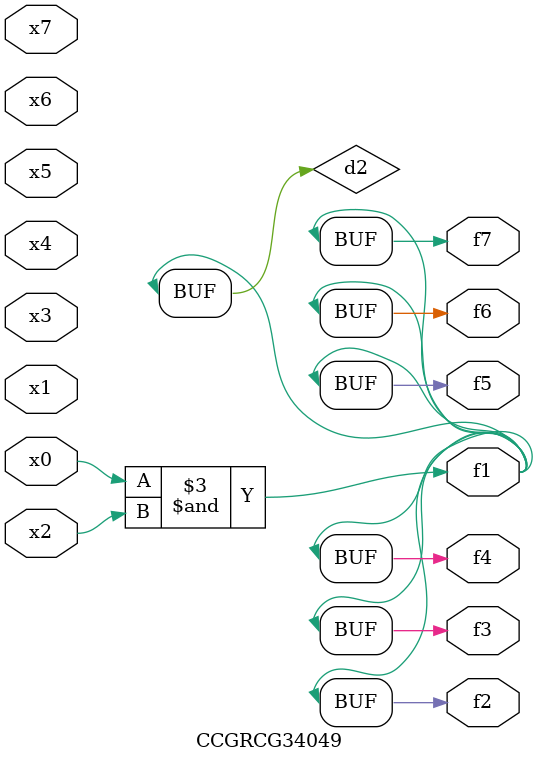
<source format=v>
module CCGRCG34049(
	input x0, x1, x2, x3, x4, x5, x6, x7,
	output f1, f2, f3, f4, f5, f6, f7
);

	wire d1, d2;

	nor (d1, x3, x6);
	and (d2, x0, x2);
	assign f1 = d2;
	assign f2 = d2;
	assign f3 = d2;
	assign f4 = d2;
	assign f5 = d2;
	assign f6 = d2;
	assign f7 = d2;
endmodule

</source>
